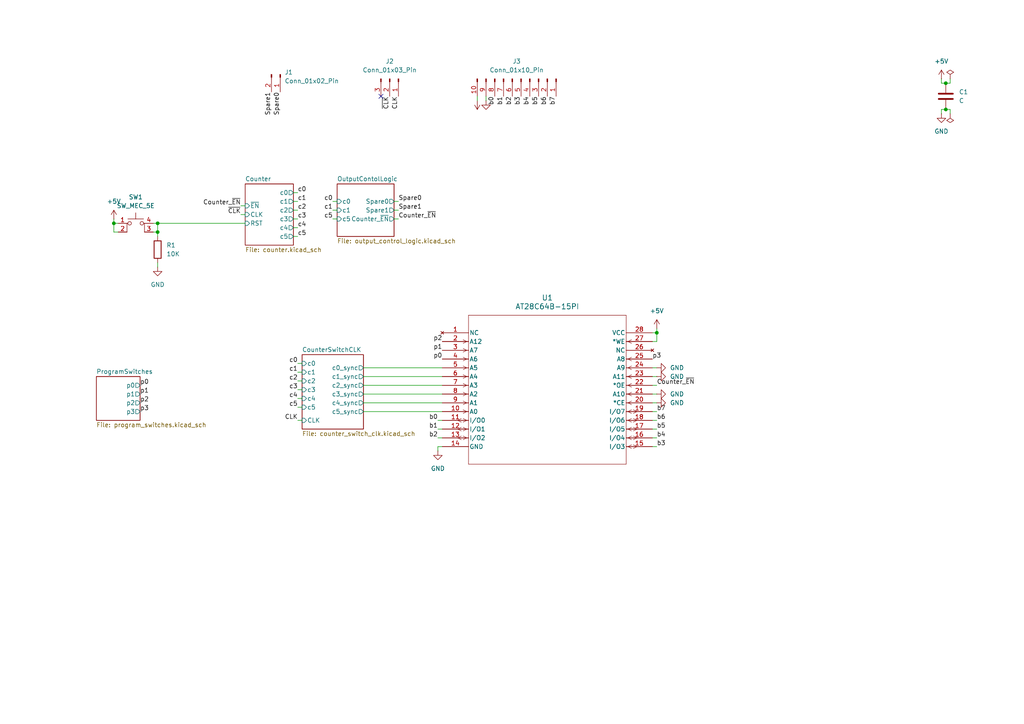
<source format=kicad_sch>
(kicad_sch (version 20231120) (generator "eeschema") (generator_version "8.0")
  (paper "A4")
  (lib_symbols
    (symbol "Connector:Conn_01x02_Pin" (pin_names (offset 1.016) hide)
      (property "Reference" "J" (at 0 2.54 0))
      (property "Value" "Conn_01x02_Pin" (at 0 -5.08 0))
      (symbol "Conn_01x02_Pin_1_1"
        (polyline (pts (xy 1.27 -2.54) (xy 0.8636 -2.54)) (stroke (width 0.1524)))
        (polyline (pts (xy 1.27 0) (xy 0.8636 0)) (stroke (width 0.1524)))
        (rectangle (start 0.8636 -2.413) (end 0 -2.667) (stroke (width 0.1524)) (fill (type outline)))
        (rectangle (start 0.8636 0.127) (end 0 -0.127) (stroke (width 0.1524)) (fill (type outline)))
        (pin passive line (at 5.08 0 180) (length 3.81) (name "Pin_1") (number "1"))
        (pin passive line (at 5.08 -2.54 180) (length 3.81) (name "Pin_2") (number "2"))
      )
    )
    (symbol "Connector:Conn_01x03_Pin" (pin_names (offset 1.016) hide)
      (property "Reference" "J" (at 0 5.08 0))
      (property "Value" "Conn_01x03_Pin" (at 0 -5.08 0))
      (symbol "Conn_01x03_Pin_1_1"
        (polyline (pts (xy 1.27 -2.54) (xy 0.8636 -2.54)) (stroke (width 0.1524)))
        (polyline (pts (xy 1.27 0) (xy 0.8636 0)) (stroke (width 0.1524)))
        (polyline (pts (xy 1.27 2.54) (xy 0.8636 2.54)) (stroke (width 0.1524)))
        (rectangle (start 0.8636 -2.413) (end 0 -2.667) (stroke (width 0.1524)) (fill (type outline)))
        (rectangle (start 0.8636 0.127) (end 0 -0.127) (stroke (width 0.1524)) (fill (type outline)))
        (rectangle (start 0.8636 2.667) (end 0 2.413) (stroke (width 0.1524)) (fill (type outline)))
        (pin passive line (at 5.08 2.54 180) (length 3.81) (name "Pin_1") (number "1"))
        (pin passive line (at 5.08 0 180) (length 3.81) (name "Pin_2") (number "2"))
        (pin passive line (at 5.08 -2.54 180) (length 3.81) (name "Pin_3") (number "3"))
      )
    )
    (symbol "Connector:Conn_01x10_Pin" (pin_names (offset 1.016) hide)
      (property "Reference" "J" (at 0 12.7 0))
      (property "Value" "Conn_01x10_Pin" (at 0 -15.24 0))
      (symbol "Conn_01x10_Pin_1_1"
        (polyline (pts (xy 1.27 -12.7) (xy 0.8636 -12.7)) (stroke (width 0.1524)))
        (polyline (pts (xy 1.27 -10.16) (xy 0.8636 -10.16)) (stroke (width 0.1524)))
        (polyline (pts (xy 1.27 -7.62) (xy 0.8636 -7.62)) (stroke (width 0.1524)))
        (polyline (pts (xy 1.27 -5.08) (xy 0.8636 -5.08)) (stroke (width 0.1524)))
        (polyline (pts (xy 1.27 -2.54) (xy 0.8636 -2.54)) (stroke (width 0.1524)))
        (polyline (pts (xy 1.27 0) (xy 0.8636 0)) (stroke (width 0.1524)))
        (polyline (pts (xy 1.27 2.54) (xy 0.8636 2.54)) (stroke (width 0.1524)))
        (polyline (pts (xy 1.27 5.08) (xy 0.8636 5.08)) (stroke (width 0.1524)))
        (polyline (pts (xy 1.27 7.62) (xy 0.8636 7.62)) (stroke (width 0.1524)))
        (polyline (pts (xy 1.27 10.16) (xy 0.8636 10.16)) (stroke (width 0.1524)))
        (rectangle (start 0.8636 -12.573) (end 0 -12.827) (stroke (width 0.1524)) (fill (type outline)))
        (rectangle (start 0.8636 -10.033) (end 0 -10.287) (stroke (width 0.1524)) (fill (type outline)))
        (rectangle (start 0.8636 -7.493) (end 0 -7.747) (stroke (width 0.1524)) (fill (type outline)))
        (rectangle (start 0.8636 -4.953) (end 0 -5.207) (stroke (width 0.1524)) (fill (type outline)))
        (rectangle (start 0.8636 -2.413) (end 0 -2.667) (stroke (width 0.1524)) (fill (type outline)))
        (rectangle (start 0.8636 0.127) (end 0 -0.127) (stroke (width 0.1524)) (fill (type outline)))
        (rectangle (start 0.8636 2.667) (end 0 2.413) (stroke (width 0.1524)) (fill (type outline)))
        (rectangle (start 0.8636 5.207) (end 0 4.953) (stroke (width 0.1524)) (fill (type outline)))
        (rectangle (start 0.8636 7.747) (end 0 7.493) (stroke (width 0.1524)) (fill (type outline)))
        (rectangle (start 0.8636 10.287) (end 0 10.033) (stroke (width 0.1524)) (fill (type outline)))
        (pin passive line (at 5.08 10.16 180) (length 3.81) (name "Pin_1") (number "1"))
        (pin passive line (at 5.08 -12.7 180) (length 3.81) (name "Pin_10") (number "10"))
        (pin passive line (at 5.08 7.62 180) (length 3.81) (name "Pin_2") (number "2"))
        (pin passive line (at 5.08 5.08 180) (length 3.81) (name "Pin_3") (number "3"))
        (pin passive line (at 5.08 2.54 180) (length 3.81) (name "Pin_4") (number "4"))
        (pin passive line (at 5.08 0 180) (length 3.81) (name "Pin_5") (number "5"))
        (pin passive line (at 5.08 -2.54 180) (length 3.81) (name "Pin_6") (number "6"))
        (pin passive line (at 5.08 -5.08 180) (length 3.81) (name "Pin_7") (number "7"))
        (pin passive line (at 5.08 -7.62 180) (length 3.81) (name "Pin_8") (number "8"))
        (pin passive line (at 5.08 -10.16 180) (length 3.81) (name "Pin_9") (number "9"))
      )
    )
    (symbol "Device:C" (pin_numbers hide) (pin_names (offset 0.254))
      (property "Reference" "C" (at 0.635 2.54 0))
      (property "Value" "C" (at 0.635 -2.54 0))
      (symbol "C_0_1"
        (polyline (pts (xy -2.032 -0.762) (xy 2.032 -0.762)) (stroke (width 0.508)))
        (polyline (pts (xy -2.032 0.762) (xy 2.032 0.762)) (stroke (width 0.508)))
      )
      (symbol "C_1_1"
        (pin passive line (at 0 3.81 270) (length 2.794) (name "~") (number "1"))
        (pin passive line (at 0 -3.81 90) (length 2.794) (name "~") (number "2"))
      )
    )
    (symbol "Device:R" (pin_numbers hide) (pin_names (offset 0))
      (property "Reference" "R" (at 2.032 0 90))
      (property "Value" "R" (at 0 0 90))
      (symbol "R_0_1"
        (rectangle (start -1.016 -2.54) (end 1.016 2.54) (stroke (width 0.254)))
      )
      (symbol "R_1_1"
        (pin passive line (at 0 3.81 270) (length 1.27) (name "~") (number "1"))
        (pin passive line (at 0 -3.81 90) (length 1.27) (name "~") (number "2"))
      )
    )
    (symbol "Switch:SW_MEC_5E" (pin_names (offset 1.016) hide)
      (property "Reference" "SW" (at 0.635 5.715 0))
      (property "Value" "SW_MEC_5E" (at 0 -3.175 0))
      (symbol "SW_MEC_5E_0_1"
        (circle (center -1.778 2.54) (radius 0.508))
        (polyline (pts (xy -2.286 3.81) (xy 2.286 3.81)))
        (polyline (pts (xy 0 3.81) (xy 0 5.588)))
        (polyline (pts (xy -2.54 0) (xy -2.54 2.54) (xy -2.286 2.54)))
        (polyline (pts (xy 2.54 0) (xy 2.54 2.54) (xy 2.286 2.54)))
        (circle (center 1.778 2.54) (radius 0.508))
        (pin passive line (at -5.08 2.54 0) (length 2.54) (name "1") (number "1"))
        (pin passive line (at -5.08 0 0) (length 2.54) (name "2") (number "2"))
        (pin passive line (at 5.08 0 180) (length 2.54) (name "K") (number "3"))
        (pin passive line (at 5.08 2.54 180) (length 2.54) (name "A") (number "4"))
      )
    )
    (symbol "eeprom:AT28C64B-15PI" (pin_names (offset 0.254))
      (property "Reference" "U" (at 30.48 10.16 0))
      (property "Value" "AT28C64B-15PI" (at 30.48 7.62 0))
      (symbol "AT28C64B-15PI_0_1"
        (polyline (pts (xy 5.5372 -31.0007) (xy 4.4958 -30.48)) (stroke (width 0.127)))
        (polyline (pts (xy 5.5372 -29.9593) (xy 4.4958 -30.48)) (stroke (width 0.127)))
        (polyline (pts (xy 5.5372 -28.4607) (xy 4.4958 -27.94)) (stroke (width 0.127)))
        (polyline (pts (xy 5.5372 -27.4193) (xy 4.4958 -27.94)) (stroke (width 0.127)))
        (polyline (pts (xy 5.5372 -25.9207) (xy 4.4958 -25.4)) (stroke (width 0.127)))
        (polyline (pts (xy 5.5372 -24.8793) (xy 4.4958 -25.4)) (stroke (width 0.127)))
        (polyline (pts (xy 7.0993 -30.48) (xy 6.0579 -31.0007)) (stroke (width 0.127)))
        (polyline (pts (xy 7.0993 -30.48) (xy 6.0579 -29.9593)) (stroke (width 0.127)))
        (polyline (pts (xy 7.0993 -27.94) (xy 6.0579 -28.4607)) (stroke (width 0.127)))
        (polyline (pts (xy 7.0993 -27.94) (xy 6.0579 -27.4193)) (stroke (width 0.127)))
        (polyline (pts (xy 7.0993 -25.4) (xy 6.0579 -25.9207)) (stroke (width 0.127)))
        (polyline (pts (xy 7.0993 -25.4) (xy 6.0579 -24.8793)) (stroke (width 0.127)))
        (polyline (pts (xy 7.0993 -22.86) (xy 6.0579 -23.3807)) (stroke (width 0.127)))
        (polyline (pts (xy 7.0993 -22.86) (xy 6.0579 -22.3393)) (stroke (width 0.127)))
        (polyline (pts (xy 7.0993 -20.32) (xy 6.0579 -20.8407)) (stroke (width 0.127)))
        (polyline (pts (xy 7.0993 -20.32) (xy 6.0579 -19.7993)) (stroke (width 0.127)))
        (polyline (pts (xy 7.0993 -17.78) (xy 6.0579 -18.3007)) (stroke (width 0.127)))
        (polyline (pts (xy 7.0993 -17.78) (xy 6.0579 -17.2593)) (stroke (width 0.127)))
        (polyline (pts (xy 7.0993 -15.24) (xy 6.0579 -15.7607)) (stroke (width 0.127)))
        (polyline (pts (xy 7.0993 -15.24) (xy 6.0579 -14.7193)) (stroke (width 0.127)))
        (polyline (pts (xy 7.0993 -12.7) (xy 6.0579 -13.2207)) (stroke (width 0.127)))
        (polyline (pts (xy 7.0993 -12.7) (xy 6.0579 -12.1793)) (stroke (width 0.127)))
        (polyline (pts (xy 7.0993 -10.16) (xy 6.0579 -10.6807)) (stroke (width 0.127)))
        (polyline (pts (xy 7.0993 -10.16) (xy 6.0579 -9.6393)) (stroke (width 0.127)))
        (polyline (pts (xy 7.0993 -7.62) (xy 6.0579 -8.1407)) (stroke (width 0.127)))
        (polyline (pts (xy 7.0993 -7.62) (xy 6.0579 -7.0993)) (stroke (width 0.127)))
        (polyline (pts (xy 7.0993 -5.08) (xy 6.0579 -5.6007)) (stroke (width 0.127)))
        (polyline (pts (xy 7.0993 -5.08) (xy 6.0579 -4.5593)) (stroke (width 0.127)))
        (polyline (pts (xy 7.0993 -2.54) (xy 6.0579 -3.0607)) (stroke (width 0.127)))
        (polyline (pts (xy 7.0993 -2.54) (xy 6.0579 -2.0193)) (stroke (width 0.127)))
        (polyline (pts (xy 7.62 -38.1) (xy 53.34 -38.1)) (stroke (width 0.127)))
        (polyline (pts (xy 7.62 5.08) (xy 7.62 -38.1)) (stroke (width 0.127)))
        (polyline (pts (xy 53.34 -38.1) (xy 53.34 5.08)) (stroke (width 0.127)))
        (polyline (pts (xy 53.34 5.08) (xy 7.62 5.08)) (stroke (width 0.127)))
        (polyline (pts (xy 53.8607 -33.02) (xy 54.9021 -33.5407)) (stroke (width 0.127)))
        (polyline (pts (xy 53.8607 -33.02) (xy 54.9021 -32.4993)) (stroke (width 0.127)))
        (polyline (pts (xy 53.8607 -30.48) (xy 54.9021 -31.0007)) (stroke (width 0.127)))
        (polyline (pts (xy 53.8607 -30.48) (xy 54.9021 -29.9593)) (stroke (width 0.127)))
        (polyline (pts (xy 53.8607 -27.94) (xy 54.9021 -28.4607)) (stroke (width 0.127)))
        (polyline (pts (xy 53.8607 -27.94) (xy 54.9021 -27.4193)) (stroke (width 0.127)))
        (polyline (pts (xy 53.8607 -25.4) (xy 54.9021 -25.9207)) (stroke (width 0.127)))
        (polyline (pts (xy 53.8607 -25.4) (xy 54.9021 -24.8793)) (stroke (width 0.127)))
        (polyline (pts (xy 53.8607 -22.86) (xy 54.9021 -23.3807)) (stroke (width 0.127)))
        (polyline (pts (xy 53.8607 -22.86) (xy 54.9021 -22.3393)) (stroke (width 0.127)))
        (polyline (pts (xy 53.8607 -20.32) (xy 54.9021 -20.8407)) (stroke (width 0.127)))
        (polyline (pts (xy 53.8607 -20.32) (xy 54.9021 -19.7993)) (stroke (width 0.127)))
        (polyline (pts (xy 53.8607 -17.78) (xy 54.9021 -18.3007)) (stroke (width 0.127)))
        (polyline (pts (xy 53.8607 -17.78) (xy 54.9021 -17.2593)) (stroke (width 0.127)))
        (polyline (pts (xy 53.8607 -15.24) (xy 54.9021 -15.7607)) (stroke (width 0.127)))
        (polyline (pts (xy 53.8607 -15.24) (xy 54.9021 -14.7193)) (stroke (width 0.127)))
        (polyline (pts (xy 53.8607 -12.7) (xy 54.9021 -13.2207)) (stroke (width 0.127)))
        (polyline (pts (xy 53.8607 -12.7) (xy 54.9021 -12.1793)) (stroke (width 0.127)))
        (polyline (pts (xy 53.8607 -10.16) (xy 54.9021 -10.6807)) (stroke (width 0.127)))
        (polyline (pts (xy 53.8607 -10.16) (xy 54.9021 -9.6393)) (stroke (width 0.127)))
        (polyline (pts (xy 53.8607 -7.62) (xy 54.9021 -8.1407)) (stroke (width 0.127)))
        (polyline (pts (xy 53.8607 -7.62) (xy 54.9021 -7.0993)) (stroke (width 0.127)))
        (polyline (pts (xy 53.8607 -2.54) (xy 54.9021 -3.0607)) (stroke (width 0.127)))
        (polyline (pts (xy 53.8607 -2.54) (xy 54.9021 -2.0193)) (stroke (width 0.127)))
        (polyline (pts (xy 55.4228 -33.5407) (xy 56.4642 -33.02)) (stroke (width 0.127)))
        (polyline (pts (xy 55.4228 -32.4993) (xy 56.4642 -33.02)) (stroke (width 0.127)))
        (polyline (pts (xy 55.4228 -31.0007) (xy 56.4642 -30.48)) (stroke (width 0.127)))
        (polyline (pts (xy 55.4228 -29.9593) (xy 56.4642 -30.48)) (stroke (width 0.127)))
        (polyline (pts (xy 55.4228 -28.4607) (xy 56.4642 -27.94)) (stroke (width 0.127)))
        (polyline (pts (xy 55.4228 -27.4193) (xy 56.4642 -27.94)) (stroke (width 0.127)))
        (polyline (pts (xy 55.4228 -25.9207) (xy 56.4642 -25.4)) (stroke (width 0.127)))
        (polyline (pts (xy 55.4228 -24.8793) (xy 56.4642 -25.4)) (stroke (width 0.127)))
        (polyline (pts (xy 55.4228 -23.3807) (xy 56.4642 -22.86)) (stroke (width 0.127)))
        (polyline (pts (xy 55.4228 -22.3393) (xy 56.4642 -22.86)) (stroke (width 0.127)))
        (pin no_connect line (at 0 0 0) (length 7.62) (name "NC") (number "1"))
        (pin input line (at 0 -22.86 0) (length 7.62) (name "A0") (number "10"))
        (pin bidirectional line (at 0 -25.4 0) (length 7.62) (name "I/O0") (number "11"))
        (pin bidirectional line (at 0 -27.94 0) (length 7.62) (name "I/O1") (number "12"))
        (pin bidirectional line (at 0 -30.48 0) (length 7.62) (name "I/O2") (number "13"))
        (pin power_in line (at 0 -33.02 0) (length 7.62) (name "GND") (number "14"))
        (pin bidirectional line (at 60.96 -33.02 180) (length 7.62) (name "I/O3") (number "15"))
        (pin bidirectional line (at 60.96 -30.48 180) (length 7.62) (name "I/O4") (number "16"))
        (pin bidirectional line (at 60.96 -27.94 180) (length 7.62) (name "I/O5") (number "17"))
        (pin bidirectional line (at 60.96 -25.4 180) (length 7.62) (name "I/O6") (number "18"))
        (pin bidirectional line (at 60.96 -22.86 180) (length 7.62) (name "I/O7") (number "19"))
        (pin input line (at 0 -2.54 0) (length 7.62) (name "A12") (number "2"))
        (pin input line (at 60.96 -20.32 180) (length 7.62) (name "*CE") (number "20"))
        (pin input line (at 60.96 -17.78 180) (length 7.62) (name "A10") (number "21"))
        (pin input line (at 60.96 -15.24 180) (length 7.62) (name "*OE") (number "22"))
        (pin input line (at 60.96 -12.7 180) (length 7.62) (name "A11") (number "23"))
        (pin input line (at 60.96 -10.16 180) (length 7.62) (name "A9") (number "24"))
        (pin input line (at 60.96 -7.62 180) (length 7.62) (name "A8") (number "25"))
        (pin no_connect line (at 60.96 -5.08 180) (length 7.62) (name "NC") (number "26"))
        (pin input line (at 60.96 -2.54 180) (length 7.62) (name "*WE") (number "27"))
        (pin power_in line (at 60.96 0 180) (length 7.62) (name "VCC") (number "28"))
        (pin input line (at 0 -5.08 0) (length 7.62) (name "A7") (number "3"))
        (pin input line (at 0 -7.62 0) (length 7.62) (name "A6") (number "4"))
        (pin input line (at 0 -10.16 0) (length 7.62) (name "A5") (number "5"))
        (pin input line (at 0 -12.7 0) (length 7.62) (name "A4") (number "6"))
        (pin input line (at 0 -15.24 0) (length 7.62) (name "A3") (number "7"))
        (pin input line (at 0 -17.78 0) (length 7.62) (name "A2") (number "8"))
        (pin input line (at 0 -20.32 0) (length 7.62) (name "A1") (number "9"))
      )
    )
    (symbol "power:+5V" (power) (pin_numbers hide) (pin_names (offset 0) hide)
      (property "Value" "+5V" (at 0 3.556 0))
      (symbol "+5V_0_1"
        (polyline (pts (xy -0.762 1.27) (xy 0 2.54)))
        (polyline (pts (xy 0 0) (xy 0 2.54)))
        (polyline (pts (xy 0 2.54) (xy 0.762 1.27)))
      )
      (symbol "+5V_1_1"
        (pin power_in line (at 0 0 90) (length 0) (name "~") (number "1"))
      )
    )
    (symbol "power:GND" (power) (pin_numbers hide) (pin_names (offset 0) hide)
      (property "Value" "GND" (at 0 -3.81 0))
      (symbol "GND_0_1"
        (polyline (pts (xy 0 0) (xy 0 -1.27) (xy 1.27 -1.27) (xy 0 -2.54) (xy -1.27 -1.27) (xy 0 -1.27)))
      )
      (symbol "GND_1_1"
        (pin power_in line (at 0 0 270) (length 0) (name "~") (number "1"))
      )
    )
    (symbol "power:PWR_FLAG" (power) (pin_numbers hide) (pin_names (offset 0) hide)
      (property "Value" "PWR_FLAG" (at 0 3.81 0))
      (symbol "PWR_FLAG_0_0"
        (pin power_out line (at 0 0 90) (length 0) (name "~") (number "1"))
      )
      (symbol "PWR_FLAG_0_1"
        (polyline (pts (xy 0 0) (xy 0 1.27) (xy -1.016 1.905) (xy 0 2.54) (xy 1.016 1.905) (xy 0 1.27)))
      )
    )
  )
  (junction (at 190.5 96.52))
  (junction (at 274.32 31.75))
  (junction (at 274.32 24.13))
  (junction (at 45.72 67.31))
  (junction (at 33.02 64.77))
  (junction (at 45.72 64.77))
  (no_connect (at 110.49 27.94))
  (wire (pts (xy 189.23 114.3) (xy 190.5 114.3)))
  (wire (pts (xy 273.05 33.02) (xy 273.05 31.75)))
  (wire (pts (xy 45.72 67.31) (xy 45.72 64.77)))
  (wire (pts (xy 190.5 127) (xy 189.23 127)))
  (wire (pts (xy 44.45 64.77) (xy 45.72 64.77)))
  (wire (pts (xy 105.41 116.84) (xy 128.27 116.84)))
  (wire (pts (xy 190.5 119.38) (xy 189.23 119.38)))
  (wire (pts (xy 138.43 27.94) (xy 138.43 29.21)))
  (wire (pts (xy 45.72 64.77) (xy 71.12 64.77)))
  (wire (pts (xy 44.45 67.31) (xy 45.72 67.31)))
  (wire (pts (xy 86.36 68.58) (xy 85.09 68.58)))
  (wire (pts (xy 127 127) (xy 128.27 127)))
  (wire (pts (xy 190.5 95.25) (xy 190.5 96.52)))
  (wire (pts (xy 140.97 27.94) (xy 140.97 29.21)))
  (wire (pts (xy 127 129.54) (xy 127 130.81)))
  (wire (pts (xy 33.02 64.77) (xy 33.02 67.31)))
  (wire (pts (xy 114.3 60.96) (xy 115.57 60.96)))
  (wire (pts (xy 33.02 67.31) (xy 34.29 67.31)))
  (wire (pts (xy 275.59 33.02) (xy 275.59 31.75)))
  (wire (pts (xy 86.36 121.92) (xy 87.63 121.92)))
  (wire (pts (xy 86.36 58.42) (xy 85.09 58.42)))
  (wire (pts (xy 105.41 109.22) (xy 128.27 109.22)))
  (wire (pts (xy 96.52 58.42) (xy 97.79 58.42)))
  (wire (pts (xy 105.41 114.3) (xy 128.27 114.3)))
  (wire (pts (xy 114.3 58.42) (xy 115.57 58.42)))
  (wire (pts (xy 86.36 105.41) (xy 87.63 105.41)))
  (wire (pts (xy 273.05 31.75) (xy 274.32 31.75)))
  (wire (pts (xy 190.5 121.92) (xy 189.23 121.92)))
  (wire (pts (xy 190.5 124.46) (xy 189.23 124.46)))
  (wire (pts (xy 86.36 118.11) (xy 87.63 118.11)))
  (wire (pts (xy 190.5 129.54) (xy 189.23 129.54)))
  (wire (pts (xy 105.41 106.68) (xy 128.27 106.68)))
  (wire (pts (xy 86.36 110.49) (xy 87.63 110.49)))
  (wire (pts (xy 189.23 99.06) (xy 190.5 99.06)))
  (wire (pts (xy 69.85 62.23) (xy 71.12 62.23)))
  (wire (pts (xy 127 124.46) (xy 128.27 124.46)))
  (wire (pts (xy 105.41 111.76) (xy 128.27 111.76)))
  (wire (pts (xy 190.5 99.06) (xy 190.5 96.52)))
  (wire (pts (xy 273.05 24.13) (xy 274.32 24.13)))
  (wire (pts (xy 86.36 66.04) (xy 85.09 66.04)))
  (wire (pts (xy 114.3 63.5) (xy 115.57 63.5)))
  (wire (pts (xy 45.72 76.2) (xy 45.72 77.47)))
  (wire (pts (xy 69.85 59.69) (xy 71.12 59.69)))
  (wire (pts (xy 275.59 24.13) (xy 274.32 24.13)))
  (wire (pts (xy 86.36 60.96) (xy 85.09 60.96)))
  (wire (pts (xy 275.59 22.86) (xy 275.59 24.13)))
  (wire (pts (xy 33.02 63.5) (xy 33.02 64.77)))
  (wire (pts (xy 189.23 109.22) (xy 190.5 109.22)))
  (wire (pts (xy 127 129.54) (xy 128.27 129.54)))
  (wire (pts (xy 275.59 31.75) (xy 274.32 31.75)))
  (wire (pts (xy 96.52 60.96) (xy 97.79 60.96)))
  (wire (pts (xy 190.5 96.52) (xy 189.23 96.52)))
  (wire (pts (xy 96.52 63.5) (xy 97.79 63.5)))
  (wire (pts (xy 86.36 113.03) (xy 87.63 113.03)))
  (wire (pts (xy 45.72 67.31) (xy 45.72 68.58)))
  (wire (pts (xy 189.23 106.68) (xy 190.5 106.68)))
  (wire (pts (xy 86.36 55.88) (xy 85.09 55.88)))
  (wire (pts (xy 273.05 22.86) (xy 273.05 24.13)))
  (wire (pts (xy 86.36 63.5) (xy 85.09 63.5)))
  (wire (pts (xy 86.36 107.95) (xy 87.63 107.95)))
  (wire (pts (xy 33.02 64.77) (xy 34.29 64.77)))
  (wire (pts (xy 127 121.92) (xy 128.27 121.92)))
  (wire (pts (xy 86.36 115.57) (xy 87.63 115.57)))
  (wire (pts (xy 105.41 119.38) (xy 128.27 119.38)))
  (wire (pts (xy 189.23 116.84) (xy 190.5 116.84)))
  (wire (pts (xy 189.23 111.76) (xy 190.5 111.76)))
  (label "b6" (at 158.75 27.94 270))
  (label "p2" (at 40.64 116.84 0))
  (label "CLK" (at 86.36 121.92 180))
  (label "p1" (at 40.64 114.3 0))
  (label "c2" (at 86.36 60.96 0))
  (label "Counter_~{EN}" (at 115.57 63.5 0))
  (label "c1" (at 96.52 60.96 180))
  (label "~{CLK}" (at 69.85 62.23 180))
  (label "b4" (at 190.5 127 0))
  (label "c0" (at 86.36 55.88 0))
  (label "p3" (at 40.64 119.38 0))
  (label "b0" (at 143.51 27.94 270))
  (label "c5" (at 96.52 63.5 180))
  (label "b3" (at 151.13 27.94 270))
  (label "b2" (at 127 127 180))
  (label "c5" (at 86.36 118.11 180))
  (label "b1" (at 146.05 27.94 270))
  (label "b5" (at 190.5 124.46 0))
  (label "b6" (at 190.5 121.92 0))
  (label "b3" (at 190.5 129.54 0))
  (label "c4" (at 86.36 66.04 0))
  (label "c1" (at 86.36 58.42 0))
  (label "~{CLK}" (at 113.03 27.94 270))
  (label "Counter_~{EN}" (at 190.5 111.76 0))
  (label "p0" (at 128.27 104.14 180))
  (label "c5" (at 86.36 68.58 0))
  (label "b1" (at 127 124.46 180))
  (label "c3" (at 86.36 113.03 180))
  (label "c2" (at 86.36 110.49 180))
  (label "c1" (at 86.36 107.95 180))
  (label "b7" (at 161.29 27.94 270))
  (label "c0" (at 86.36 105.41 180))
  (label "p1" (at 128.27 101.6 180))
  (label "p0" (at 40.64 111.76 0))
  (label "b4" (at 153.67 27.94 270))
  (label "Spare1" (at 115.57 60.96 0))
  (label "Counter_~{EN}" (at 69.85 59.69 180))
  (label "b5" (at 156.21 27.94 270))
  (label "b7" (at 190.5 119.38 0))
  (label "p2" (at 128.27 99.06 180))
  (label "p3" (at 189.23 104.14 0))
  (label "CLK" (at 115.57 27.94 270))
  (label "Spare0" (at 115.57 58.42 0))
  (label "Spare0" (at 81.28 26.67 270))
  (label "b0" (at 127 121.92 180))
  (label "c4" (at 86.36 115.57 180))
  (label "c3" (at 86.36 63.5 0))
  (label "Spare1" (at 78.74 26.67 270))
  (label "b2" (at 148.59 27.94 270))
  (label "c0" (at 96.52 58.42 180))
  (symbol (lib_id "Connector:Conn_01x10_Pin") (at 151.13 22.86 270) (unit 1)
    (property "Reference" "J3" (at 149.86 17.78 90))
    (property "Value" "Conn_01x10_Pin" (at 149.86 20.32 90))
    (property "Description" "Generic connector, single row, 01x10, script generated" (effects (hide yes)))
  )
  (symbol (lib_id "power:GND") (at 45.72 77.47 0) (unit 1)
    (property "Reference" "#PWR02" (effects (hide yes)))
    (property "Value" "GND" (at 45.72 82.55 0))
    (property "Description" "Power symbol creates a global label with name \"GND\" , ground" (effects (hide yes)))
  )
  (symbol (lib_id "power:GND") (at 190.5 116.84 90) (unit 1)
    (property "Reference" "#PWR010" (effects (hide yes)))
    (property "Value" "GND" (at 194.31 116.8399 90) (effects (justify right)))
    (property "Description" "Power symbol creates a global label with name \"GND\" , ground" (effects (hide yes)))
  )
  (symbol (lib_id "power:GND") (at 190.5 114.3 90) (unit 1)
    (property "Reference" "#PWR09" (effects (hide yes)))
    (property "Value" "GND" (at 194.31 114.2999 90) (effects (justify right)))
    (property "Description" "Power symbol creates a global label with name \"GND\" , ground" (effects (hide yes)))
  )
  (symbol (lib_id "Connector:Conn_01x03_Pin") (at 113.03 22.86 270) (unit 1)
    (property "Reference" "J2" (at 113.03 17.78 90))
    (property "Value" "Conn_01x03_Pin" (at 113.03 20.32 90))
    (property "Description" "Generic connector, single row, 01x03, script generated" (effects (hide yes)))
  )
  (symbol (lib_id "power:PWR_FLAG") (at 275.59 22.86 0) (unit 1)
    (property "Reference" "#FLG01" (effects (hide yes)))
    (property "Value" "PWR_FLAG" (effects (hide yes)))
    (property "Description" "Special symbol for telling ERC where power comes from" (effects (hide yes)))
  )
  (symbol (lib_id "power:+5V") (at 190.5 95.25 0) (unit 1)
    (property "Reference" "#PWR06" (effects (hide yes)))
    (property "Value" "+5V" (at 190.5 90.17 0))
    (property "Description" "Power symbol creates a global label with name \"+5V\"" (effects (hide yes)))
  )
  (symbol (lib_id "power:GND") (at 190.5 109.22 90) (unit 1)
    (property "Reference" "#PWR08" (effects (hide yes)))
    (property "Value" "GND" (at 194.31 109.2199 90) (effects (justify right)))
    (property "Description" "Power symbol creates a global label with name \"GND\" , ground" (effects (hide yes)))
  )
  (symbol (lib_id "power:GND") (at 127 130.81 0) (unit 1)
    (property "Reference" "#PWR03" (effects (hide yes)))
    (property "Value" "GND" (at 127 135.89 0))
    (property "Description" "Power symbol creates a global label with name \"GND\" , ground" (effects (hide yes)))
  )
  (symbol (lib_id "Connector:Conn_01x02_Pin") (at 81.28 21.59 270) (unit 1)
    (property "Reference" "J1" (at 82.55 20.9549 90) (effects (justify left)))
    (property "Value" "Conn_01x02_Pin" (at 82.55 23.4949 90) (effects (justify left)))
    (property "Description" "Generic connector, single row, 01x02, script generated" (effects (hide yes)))
  )
  (symbol (lib_id "power:GND") (at 273.05 33.02 0) (unit 1)
    (property "Reference" "#PWR012" (effects (hide yes)))
    (property "Value" "GND" (at 273.05 38.1 0))
    (property "Description" "Power symbol creates a global label with name \"GND\" , ground" (effects (hide yes)))
  )
  (symbol (lib_id "Switch:SW_MEC_5E") (at 39.37 67.31 0) (unit 1)
    (property "Reference" "SW1" (at 39.37 57.15 0))
    (property "Value" "SW_MEC_5E" (at 39.37 59.69 0))
    (property "Datasheet" "http://www.apem.com/int/index.php?controller=attachment&id_attachment=1371" (effects (hide yes)))
    (property "Description" "MEC 5E single pole normally-open tactile switch" (effects (hide yes)))
  )
  (symbol (lib_id "power:+5V") (at 273.05 22.86 0) (unit 1)
    (property "Reference" "#PWR011" (effects (hide yes)))
    (property "Value" "+5V" (at 273.05 17.78 0))
    (property "Description" "Power symbol creates a global label with name \"+5V\"" (effects (hide yes)))
  )
  (symbol (lib_id "Device:R") (at 45.72 72.39 0) (unit 1)
    (property "Reference" "R1" (at 48.26 71.1199 0) (effects (justify left)))
    (property "Value" "10K" (at 48.26 73.6599 0) (effects (justify left)))
    (property "Description" "Resistor" (effects (hide yes)))
  )
  (symbol (lib_id "power:PWR_FLAG") (at 275.59 33.02 180) (unit 1)
    (property "Reference" "#FLG02" (effects (hide yes)))
    (property "Value" "PWR_FLAG" (effects (hide yes)))
    (property "Description" "Special symbol for telling ERC where power comes from" (effects (hide yes)))
  )
  (symbol (lib_id "Device:C") (at 274.32 27.94 0) (unit 1)
    (property "Reference" "C1" (at 278.13 26.6699 0) (effects (justify left)))
    (property "Value" "C" (at 278.13 29.2099 0) (effects (justify left)))
    (property "Description" "Unpolarized capacitor" (effects (hide yes)))
  )
  (symbol (lib_id "power:GND") (at 140.97 29.21 0) (unit 1)
    (property "Reference" "#PWR05" (effects (hide yes)))
    (property "Value" "GND" (effects (hide yes)))
    (property "Description" "Power symbol creates a global label with name \"GND\" , ground" (effects (hide yes)))
  )
  (symbol (lib_id "power:GND") (at 190.5 106.68 90) (unit 1)
    (property "Reference" "#PWR07" (effects (hide yes)))
    (property "Value" "GND" (at 194.31 106.6799 90) (effects (justify right)))
    (property "Description" "Power symbol creates a global label with name \"GND\" , ground" (effects (hide yes)))
  )
  (symbol (lib_id "eeprom:AT28C64B-15PI") (at 128.27 96.52 0) (unit 1)
    (property "Reference" "U1" (at 158.75 86.36 0) (effects (font (size 1.524 1.524))))
    (property "Value" "AT28C64B-15PI" (at 158.75 88.9 0) (effects (font (size 1.524 1.524))))
    (property "Datasheet" "AT28C64B-15PI" (effects (hide yes)))
  )
  (symbol (lib_id "power:+5V") (at 33.02 63.5 0) (unit 1)
    (property "Reference" "#PWR01" (effects (hide yes)))
    (property "Value" "+5V" (at 33.02 58.42 0))
    (property "Description" "Power symbol creates a global label with name \"+5V\"" (effects (hide yes)))
  )
  (symbol (lib_id "power:+5V") (at 138.43 29.21 180) (unit 1)
    (property "Reference" "#PWR04" (effects (hide yes)))
    (property "Value" "+5V" (effects (hide yes)))
    (property "Description" "Power symbol creates a global label with name \"+5V\"" (effects (hide yes)))
  )
  (sheet (at 71.12 53.34) (size 13.97 17.78) (stroke (width 0.1524))
    (property "Sheetname" "Counter" (at 71.12 52.6284 0) (effects (justify left bottom)))
    (property "Sheetfile" "counter.kicad_sch" (at 71.12 71.7046 0) (effects (justify left top)))
    (pin "~{EN}" input (at 71.12 59.69 180))
    (pin "CLK" input (at 71.12 62.23 180))
    (pin "c0" output (at 85.09 55.88 0))
    (pin "c1" output (at 85.09 58.42 0))
    (pin "c5" output (at 85.09 68.58 0))
    (pin "RST" input (at 71.12 64.77 180))
    (pin "c2" output (at 85.09 60.96 0))
    (pin "c3" output (at 85.09 63.5 0))
    (pin "c4" output (at 85.09 66.04 0))
  )
  (sheet (at 87.63 102.87) (size 17.78 21.59) (stroke (width 0.1524))
    (property "Sheetname" "CounterSwitchCLK" (at 87.63 102.1584 0) (effects (justify left bottom)))
    (property "Sheetfile" "counter_switch_clk.kicad_sch" (at 87.63 125.0446 0) (effects (justify left top)))
    (pin "c5" input (at 87.63 118.11 180))
    (pin "c4" input (at 87.63 115.57 180))
    (pin "c4_sync" output (at 105.41 116.84 0))
    (pin "c5_sync" output (at 105.41 119.38 0))
    (pin "CLK" input (at 87.63 121.92 180))
    (pin "c3" input (at 87.63 113.03 180))
    (pin "c1" input (at 87.63 107.95 180))
    (pin "c2" input (at 87.63 110.49 180))
    (pin "c0" input (at 87.63 105.41 180))
    (pin "c1_sync" output (at 105.41 109.22 0))
    (pin "c2_sync" output (at 105.41 111.76 0))
    (pin "c0_sync" output (at 105.41 106.68 0))
    (pin "c3_sync" output (at 105.41 114.3 0))
  )
  (sheet (at 27.94 109.22) (size 12.7 12.7) (stroke (width 0.1524))
    (property "Sheetname" "ProgramSwitches" (at 27.94 108.5084 0) (effects (justify left bottom)))
    (property "Sheetfile" "program_switches.kicad_sch" (at 27.94 122.5046 0) (effects (justify left top)))
    (pin "p2" output (at 40.64 116.84 0))
    (pin "p3" output (at 40.64 119.38 0))
    (pin "p0" output (at 40.64 111.76 0))
    (pin "p1" output (at 40.64 114.3 0))
  )
  (sheet (at 97.79 53.34) (size 16.51 15.24) (stroke (width 0.1524))
    (property "Sheetname" "OutputContolLogic" (at 97.79 52.6284 0) (effects (justify left bottom)))
    (property "Sheetfile" "output_control_logic.kicad_sch" (at 97.79 69.1646 0) (effects (justify left top)))
    (pin "c1" input (at 97.79 60.96 180))
    (pin "c0" input (at 97.79 58.42 180))
    (pin "c5" input (at 97.79 63.5 180))
    (pin "Spare0" output (at 114.3 58.42 0))
    (pin "Spare1" output (at 114.3 60.96 0))
    (pin "Counter_~{EN}" output (at 114.3 63.5 0))
  )
)
</source>
